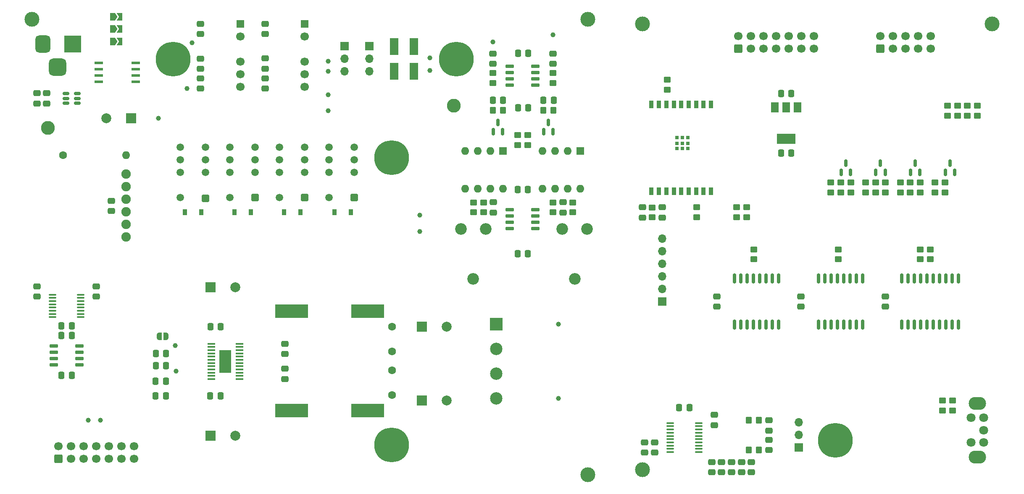
<source format=gts>
G04 #@! TF.GenerationSoftware,KiCad,Pcbnew,6.0.4-1.fc35*
G04 #@! TF.CreationDate,2022-04-14T23:25:06+02:00*
G04 #@! TF.ProjectId,office_amp,6f666669-6365-45f6-916d-702e6b696361,rev?*
G04 #@! TF.SameCoordinates,Original*
G04 #@! TF.FileFunction,Soldermask,Top*
G04 #@! TF.FilePolarity,Negative*
%FSLAX46Y46*%
G04 Gerber Fmt 4.6, Leading zero omitted, Abs format (unit mm)*
G04 Created by KiCad (PCBNEW 6.0.4-1.fc35) date 2022-04-14 23:25:06*
%MOMM*%
%LPD*%
G01*
G04 APERTURE LIST*
G04 Aperture macros list*
%AMRoundRect*
0 Rectangle with rounded corners*
0 $1 Rounding radius*
0 $2 $3 $4 $5 $6 $7 $8 $9 X,Y pos of 4 corners*
0 Add a 4 corners polygon primitive as box body*
4,1,4,$2,$3,$4,$5,$6,$7,$8,$9,$2,$3,0*
0 Add four circle primitives for the rounded corners*
1,1,$1+$1,$2,$3*
1,1,$1+$1,$4,$5*
1,1,$1+$1,$6,$7*
1,1,$1+$1,$8,$9*
0 Add four rect primitives between the rounded corners*
20,1,$1+$1,$2,$3,$4,$5,0*
20,1,$1+$1,$4,$5,$6,$7,0*
20,1,$1+$1,$6,$7,$8,$9,0*
20,1,$1+$1,$8,$9,$2,$3,0*%
%AMFreePoly0*
4,1,6,1.000000,0.000000,0.500000,-0.750000,-0.500000,-0.750000,-0.500000,0.750000,0.500000,0.750000,1.000000,0.000000,1.000000,0.000000,$1*%
%AMFreePoly1*
4,1,6,0.500000,-0.750000,-0.650000,-0.750000,-0.150000,0.000000,-0.650000,0.750000,0.500000,0.750000,0.500000,-0.750000,0.500000,-0.750000,$1*%
%AMFreePoly2*
4,1,22,0.500000,-0.750000,0.000000,-0.750000,0.000000,-0.745033,-0.079941,-0.743568,-0.215256,-0.701293,-0.333266,-0.622738,-0.424486,-0.514219,-0.481581,-0.384460,-0.499164,-0.250000,-0.500000,-0.250000,-0.500000,0.250000,-0.499164,0.250000,-0.499963,0.256109,-0.478152,0.396186,-0.417904,0.524511,-0.324060,0.630769,-0.204165,0.706417,-0.067858,0.745374,0.000000,0.744959,0.000000,0.750000,
0.500000,0.750000,0.500000,-0.750000,0.500000,-0.750000,$1*%
%AMFreePoly3*
4,1,20,0.000000,0.744959,0.073905,0.744508,0.209726,0.703889,0.328688,0.626782,0.421226,0.519385,0.479903,0.390333,0.500000,0.250000,0.500000,-0.250000,0.499851,-0.262216,0.476331,-0.402017,0.414519,-0.529596,0.319384,-0.634700,0.198574,-0.708877,0.061801,-0.746166,0.000000,-0.745033,0.000000,-0.750000,-0.500000,-0.750000,-0.500000,0.750000,0.000000,0.750000,0.000000,0.744959,
0.000000,0.744959,$1*%
G04 Aperture macros list end*
%ADD10RoundRect,0.250000X-0.450000X0.350000X-0.450000X-0.350000X0.450000X-0.350000X0.450000X0.350000X0*%
%ADD11R,0.700000X0.700000*%
%ADD12R,0.900000X1.500000*%
%ADD13RoundRect,0.250000X0.450000X-0.350000X0.450000X0.350000X-0.450000X0.350000X-0.450000X-0.350000X0*%
%ADD14RoundRect,0.250000X-0.475000X0.337500X-0.475000X-0.337500X0.475000X-0.337500X0.475000X0.337500X0*%
%ADD15RoundRect,0.250000X0.475000X-0.337500X0.475000X0.337500X-0.475000X0.337500X-0.475000X-0.337500X0*%
%ADD16RoundRect,0.250000X-0.337500X-0.475000X0.337500X-0.475000X0.337500X0.475000X-0.337500X0.475000X0*%
%ADD17O,1.700000X1.700000*%
%ADD18R,1.700000X1.700000*%
%ADD19RoundRect,0.150000X0.150000X-0.587500X0.150000X0.587500X-0.150000X0.587500X-0.150000X-0.587500X0*%
%ADD20C,3.000000*%
%ADD21RoundRect,0.150000X0.150000X-0.875000X0.150000X0.875000X-0.150000X0.875000X-0.150000X-0.875000X0*%
%ADD22RoundRect,0.100000X0.637500X0.100000X-0.637500X0.100000X-0.637500X-0.100000X0.637500X-0.100000X0*%
%ADD23RoundRect,0.250000X-0.350000X-0.450000X0.350000X-0.450000X0.350000X0.450000X-0.350000X0.450000X0*%
%ADD24R,1.500000X2.000000*%
%ADD25R,3.800000X2.000000*%
%ADD26C,1.800000*%
%ADD27O,3.500000X2.600000*%
%ADD28C,7.000000*%
%ADD29RoundRect,0.250000X0.337500X0.475000X-0.337500X0.475000X-0.337500X-0.475000X0.337500X-0.475000X0*%
%ADD30C,1.700000*%
%ADD31RoundRect,0.250000X0.600000X-0.600000X0.600000X0.600000X-0.600000X0.600000X-0.600000X-0.600000X0*%
%ADD32FreePoly0,0.000000*%
%ADD33FreePoly1,0.000000*%
%ADD34R,1.750000X0.550000*%
%ADD35R,3.500000X3.500000*%
%ADD36RoundRect,0.750000X-0.750000X-1.000000X0.750000X-1.000000X0.750000X1.000000X-0.750000X1.000000X0*%
%ADD37RoundRect,0.875000X-0.875000X-0.875000X0.875000X-0.875000X0.875000X0.875000X-0.875000X0.875000X0*%
%ADD38RoundRect,0.150000X-0.512500X-0.150000X0.512500X-0.150000X0.512500X0.150000X-0.512500X0.150000X0*%
%ADD39R,1.600000X1.600000*%
%ADD40C,1.900000*%
%ADD41R,2.000000X2.000000*%
%ADD42C,2.000000*%
%ADD43R,0.900000X1.200000*%
%ADD44RoundRect,0.250500X0.499500X0.499500X-0.499500X0.499500X-0.499500X-0.499500X0.499500X-0.499500X0*%
%ADD45C,1.500000*%
%ADD46C,2.340000*%
%ADD47O,1.600000X1.600000*%
%ADD48RoundRect,0.250000X0.350000X0.450000X-0.350000X0.450000X-0.350000X-0.450000X0.350000X-0.450000X0*%
%ADD49C,1.600000*%
%ADD50R,2.400000X4.680000*%
%ADD51RoundRect,0.100000X-0.687500X-0.100000X0.687500X-0.100000X0.687500X0.100000X-0.687500X0.100000X0*%
%ADD52R,2.500000X2.500000*%
%ADD53C,2.500000*%
%ADD54R,6.705000X2.794000*%
%ADD55FreePoly2,180.000000*%
%ADD56FreePoly3,180.000000*%
%ADD57C,1.000000*%
%ADD58C,2.800000*%
%ADD59RoundRect,0.150000X-0.725000X-0.150000X0.725000X-0.150000X0.725000X0.150000X-0.725000X0.150000X0*%
%ADD60R,1.800000X3.500000*%
%ADD61RoundRect,0.100000X-0.637500X-0.100000X0.637500X-0.100000X0.637500X0.100000X-0.637500X0.100000X0*%
%ADD62RoundRect,0.150000X0.725000X0.150000X-0.725000X0.150000X-0.725000X-0.150000X0.725000X-0.150000X0*%
G04 APERTURE END LIST*
D10*
X259000000Y-97000000D03*
X259000000Y-95000000D03*
D11*
X226150000Y-88140000D03*
X226150000Y-85940000D03*
X226150000Y-87090000D03*
X223950000Y-87090000D03*
X225050000Y-85940000D03*
X225050000Y-87090000D03*
X223950000Y-85940000D03*
X223950000Y-88140000D03*
X225050000Y-88140000D03*
D12*
X218850000Y-79250000D03*
X220350000Y-79250000D03*
X221850000Y-79250000D03*
X223350000Y-79250000D03*
X224850000Y-79250000D03*
X226350000Y-79250000D03*
X227850000Y-79250000D03*
X229350000Y-79250000D03*
X230850000Y-79250000D03*
X230850000Y-96750000D03*
X229350000Y-96750000D03*
X227850000Y-96750000D03*
X226350000Y-96750000D03*
X224850000Y-96750000D03*
X223350000Y-96750000D03*
X221850000Y-96750000D03*
X220350000Y-96750000D03*
X218850000Y-96750000D03*
D13*
X262000000Y-95000000D03*
X262000000Y-97000000D03*
D14*
X217000000Y-102075000D03*
X217000000Y-100000000D03*
D15*
X231500000Y-141900000D03*
X231500000Y-143975000D03*
D16*
X247037500Y-89000000D03*
X244962500Y-89000000D03*
D10*
X279500000Y-141000000D03*
X279500000Y-139000000D03*
D13*
X269000000Y-95000000D03*
X269000000Y-97000000D03*
D17*
X221000000Y-106300000D03*
X221000000Y-108840000D03*
X221000000Y-111380000D03*
X221000000Y-113920000D03*
X221000000Y-116460000D03*
D18*
X221000000Y-119000000D03*
D14*
X232000000Y-120037500D03*
X232000000Y-117962500D03*
D19*
X272000000Y-91062500D03*
X272950000Y-92937500D03*
X271050000Y-92937500D03*
D13*
X271000000Y-95000000D03*
X271000000Y-97000000D03*
D20*
X217000000Y-63000000D03*
D15*
X237000000Y-151437500D03*
X237000000Y-153512500D03*
X231000000Y-151437500D03*
X231000000Y-153512500D03*
D10*
X266000000Y-97000000D03*
X266000000Y-95000000D03*
X222000000Y-76250000D03*
X222000000Y-74250000D03*
D15*
X266000000Y-117962500D03*
X266000000Y-120037500D03*
D21*
X269285000Y-114350000D03*
X270555000Y-114350000D03*
X271825000Y-114350000D03*
X273095000Y-114350000D03*
X274365000Y-114350000D03*
X275635000Y-114350000D03*
X276905000Y-114350000D03*
X278175000Y-114350000D03*
X279445000Y-114350000D03*
X280715000Y-114350000D03*
X280715000Y-123650000D03*
X279445000Y-123650000D03*
X278175000Y-123650000D03*
X276905000Y-123650000D03*
X275635000Y-123650000D03*
X274365000Y-123650000D03*
X273095000Y-123650000D03*
X271825000Y-123650000D03*
X270555000Y-123650000D03*
X269285000Y-123650000D03*
D15*
X239000000Y-151437500D03*
X239000000Y-153512500D03*
D22*
X222637500Y-149400000D03*
X222637500Y-148750000D03*
X222637500Y-148100000D03*
X222637500Y-147450000D03*
X222637500Y-146800000D03*
X222637500Y-146150000D03*
X222637500Y-145500000D03*
X222637500Y-144850000D03*
X222637500Y-144200000D03*
X222637500Y-143550000D03*
X228362500Y-143550000D03*
X228362500Y-144200000D03*
X228362500Y-144850000D03*
X228362500Y-145500000D03*
X228362500Y-146150000D03*
X228362500Y-146800000D03*
X228362500Y-147450000D03*
X228362500Y-148100000D03*
X228362500Y-148750000D03*
X228362500Y-149400000D03*
D13*
X236000000Y-100000000D03*
X236000000Y-102000000D03*
X275000000Y-108500000D03*
X275000000Y-110500000D03*
X276000000Y-95000000D03*
X276000000Y-97000000D03*
D14*
X242500000Y-145050000D03*
X242500000Y-142975000D03*
D10*
X284500000Y-81500000D03*
X284500000Y-79500000D03*
D21*
X252555000Y-114350000D03*
X253825000Y-114350000D03*
X255095000Y-114350000D03*
X256365000Y-114350000D03*
X257635000Y-114350000D03*
X258905000Y-114350000D03*
X260175000Y-114350000D03*
X261445000Y-114350000D03*
X261445000Y-123650000D03*
X260175000Y-123650000D03*
X258905000Y-123650000D03*
X257635000Y-123650000D03*
X256365000Y-123650000D03*
X255095000Y-123650000D03*
X253825000Y-123650000D03*
X252555000Y-123650000D03*
D19*
X279000000Y-91062500D03*
X279950000Y-92937500D03*
X278050000Y-92937500D03*
D20*
X287500000Y-63000000D03*
X217000000Y-153000000D03*
D23*
X240500000Y-148975000D03*
X238500000Y-148975000D03*
D13*
X264000000Y-95000000D03*
X264000000Y-97000000D03*
D17*
X248500000Y-143420000D03*
X248500000Y-145960000D03*
D18*
X248500000Y-148500000D03*
D10*
X280500000Y-81500000D03*
X280500000Y-79500000D03*
D13*
X255000000Y-95000000D03*
X255000000Y-97000000D03*
D24*
X243700000Y-79850000D03*
D25*
X246000000Y-86150000D03*
D24*
X246000000Y-79850000D03*
X248300000Y-79850000D03*
D15*
X219500000Y-147437500D03*
X219500000Y-149512500D03*
D10*
X273000000Y-97000000D03*
X273000000Y-95000000D03*
X282500000Y-81500000D03*
X282500000Y-79500000D03*
D21*
X235555000Y-114350000D03*
X236825000Y-114350000D03*
X238095000Y-114350000D03*
X239365000Y-114350000D03*
X240635000Y-114350000D03*
X241905000Y-114350000D03*
X243175000Y-114350000D03*
X244445000Y-114350000D03*
X244445000Y-123650000D03*
X243175000Y-123650000D03*
X241905000Y-123650000D03*
X240635000Y-123650000D03*
X239365000Y-123650000D03*
X238095000Y-123650000D03*
X236825000Y-123650000D03*
X235555000Y-123650000D03*
D15*
X221000000Y-100000000D03*
X221000000Y-102075000D03*
D10*
X239500000Y-110500000D03*
X239500000Y-108500000D03*
D26*
X285750000Y-145000000D03*
X285750000Y-142500000D03*
X285750000Y-147500000D03*
X283250000Y-147500000D03*
X283250000Y-142500000D03*
D27*
X284500000Y-150450000D03*
X284500000Y-139550000D03*
D13*
X257000000Y-95000000D03*
X257000000Y-97000000D03*
D15*
X242500000Y-146937500D03*
X242500000Y-149012500D03*
D10*
X277500000Y-141000000D03*
X277500000Y-139000000D03*
D13*
X278000000Y-95000000D03*
X278000000Y-97000000D03*
D15*
X217500000Y-147437500D03*
X217500000Y-149512500D03*
D28*
X255930588Y-147000000D03*
D10*
X219000000Y-102037500D03*
X219000000Y-100037500D03*
X273000000Y-110500000D03*
X273000000Y-108500000D03*
D19*
X265000000Y-91062500D03*
X265950000Y-92937500D03*
X264050000Y-92937500D03*
D16*
X247037500Y-77000000D03*
X244962500Y-77000000D03*
D10*
X256500000Y-110500000D03*
X256500000Y-108500000D03*
X278500000Y-81500000D03*
X278500000Y-79500000D03*
D29*
X224425000Y-140475000D03*
X226500000Y-140475000D03*
D15*
X235000000Y-151437500D03*
X235000000Y-153512500D03*
D23*
X240500000Y-142975000D03*
X238500000Y-142975000D03*
D15*
X233000000Y-151437500D03*
X233000000Y-153512500D03*
D13*
X238000000Y-100000000D03*
X238000000Y-102000000D03*
X228000000Y-100000000D03*
X228000000Y-102000000D03*
D30*
X251620000Y-65460000D03*
X251620000Y-68000000D03*
X249080000Y-65460000D03*
X249080000Y-68000000D03*
X246540000Y-65460000D03*
X246540000Y-68000000D03*
X244000000Y-65460000D03*
X244000000Y-68000000D03*
X241460000Y-65460000D03*
X241460000Y-68000000D03*
X238920000Y-65460000D03*
X238920000Y-68000000D03*
X236380000Y-65460000D03*
D31*
X236380000Y-68000000D03*
D19*
X258000000Y-91062500D03*
X258950000Y-92937500D03*
X257050000Y-92937500D03*
D14*
X249000000Y-120037500D03*
X249000000Y-117962500D03*
D30*
X275160000Y-65460000D03*
X275160000Y-68000000D03*
X272620000Y-65460000D03*
X272620000Y-68000000D03*
X270080000Y-65460000D03*
X270080000Y-68000000D03*
X267540000Y-65460000D03*
X267540000Y-68000000D03*
X265000000Y-65460000D03*
D31*
X265000000Y-68000000D03*
D32*
X110275000Y-61500000D03*
D33*
X111725000Y-61500000D03*
D34*
X114900000Y-70800000D03*
X114900000Y-74610000D03*
X114900000Y-73340000D03*
X114900000Y-72070000D03*
X107500000Y-74610000D03*
X107500000Y-72070000D03*
X107500000Y-70800000D03*
X107500000Y-73340000D03*
D35*
X102200000Y-67000000D03*
D36*
X96200000Y-67000000D03*
D37*
X99200000Y-71700000D03*
D38*
X100862500Y-77050000D03*
X100862500Y-78000000D03*
X100862500Y-78950000D03*
X103137500Y-78950000D03*
X103137500Y-78000000D03*
X103137500Y-77050000D03*
D14*
X141000000Y-62962500D03*
X141000000Y-65037500D03*
D15*
X141000000Y-76037500D03*
X141000000Y-73962500D03*
D14*
X128000000Y-62962500D03*
X128000000Y-65037500D03*
D39*
X149000000Y-63000000D03*
D30*
X149000000Y-65540000D03*
X149000000Y-70620000D03*
X149000000Y-73160000D03*
X149000000Y-75700000D03*
D40*
X113000000Y-106000000D03*
X113000000Y-103460000D03*
X113000000Y-100920000D03*
X113000000Y-98380000D03*
X113000000Y-95840000D03*
X113000000Y-93300000D03*
D41*
X130000000Y-146100000D03*
D42*
X135000000Y-146100000D03*
D31*
X99380000Y-150752500D03*
D30*
X99380000Y-148212500D03*
X101920000Y-150752500D03*
X101920000Y-148212500D03*
X104460000Y-150752500D03*
X104460000Y-148212500D03*
X107000000Y-150752500D03*
X107000000Y-148212500D03*
X109540000Y-150752500D03*
X109540000Y-148212500D03*
X112080000Y-150752500D03*
X112080000Y-148212500D03*
X114620000Y-150752500D03*
X114620000Y-148212500D03*
D15*
X128000000Y-72037500D03*
X128000000Y-69962500D03*
X128000000Y-76037500D03*
X128000000Y-73962500D03*
X141000000Y-72000000D03*
X141000000Y-69925000D03*
X186900000Y-71037500D03*
X186900000Y-68962500D03*
D16*
X197062500Y-78400000D03*
X199137500Y-78400000D03*
D29*
X188937500Y-78400000D03*
X186862500Y-78400000D03*
D16*
X191862500Y-109400000D03*
X193937500Y-109400000D03*
X191862500Y-96400000D03*
X193937500Y-96400000D03*
D15*
X201000000Y-101037500D03*
X201000000Y-98962500D03*
X187000000Y-101037500D03*
X187000000Y-98962500D03*
D43*
X158300000Y-101000000D03*
X155000000Y-101000000D03*
X128150000Y-101000000D03*
X124850000Y-101000000D03*
X138150000Y-101000000D03*
X134850000Y-101000000D03*
D44*
X159000000Y-98000000D03*
D45*
X159000000Y-92920000D03*
X159000000Y-90380000D03*
X159000000Y-87840000D03*
X153920000Y-87840000D03*
X153920000Y-90380000D03*
X153920000Y-92920000D03*
X153920000Y-98000000D03*
D44*
X139000000Y-98000000D03*
D45*
X139000000Y-92920000D03*
X139000000Y-90380000D03*
X139000000Y-87840000D03*
X133920000Y-87840000D03*
X133920000Y-90380000D03*
X133920000Y-92920000D03*
X133920000Y-98000000D03*
D13*
X186900000Y-74900000D03*
X186900000Y-72900000D03*
D10*
X193900000Y-85400000D03*
X193900000Y-87400000D03*
X191900000Y-85400000D03*
X191900000Y-87400000D03*
D13*
X203000000Y-101000000D03*
X203000000Y-99000000D03*
X185000000Y-101000000D03*
X185000000Y-99000000D03*
D10*
X199000000Y-99000000D03*
X199000000Y-101000000D03*
X183000000Y-99000000D03*
X183000000Y-101000000D03*
D46*
X200900000Y-104400000D03*
X203400000Y-114400000D03*
X205900000Y-104400000D03*
X180425000Y-104400000D03*
X182925000Y-114400000D03*
X185425000Y-104400000D03*
D39*
X136000000Y-63000000D03*
D30*
X136000000Y-65540000D03*
X136000000Y-70620000D03*
X136000000Y-73160000D03*
X136000000Y-75700000D03*
D39*
X188900000Y-88600000D03*
D47*
X186360000Y-88600000D03*
X183820000Y-88600000D03*
X181280000Y-88600000D03*
X181280000Y-96220000D03*
X183820000Y-96220000D03*
X186360000Y-96220000D03*
X188900000Y-96220000D03*
D32*
X110275000Y-64000000D03*
D33*
X111725000Y-64000000D03*
D41*
X114000000Y-82000000D03*
D42*
X109000000Y-82000000D03*
D15*
X97000000Y-79037500D03*
X97000000Y-76962500D03*
X95000000Y-79037500D03*
X95000000Y-76962500D03*
D39*
X204520000Y-88600000D03*
D47*
X201980000Y-88600000D03*
X199440000Y-88600000D03*
X196900000Y-88600000D03*
X196900000Y-96220000D03*
X199440000Y-96220000D03*
X201980000Y-96220000D03*
X204520000Y-96220000D03*
D16*
X191962500Y-68900000D03*
X194037500Y-68900000D03*
D13*
X199000000Y-74900000D03*
X199000000Y-72900000D03*
D15*
X199000000Y-71037500D03*
X199000000Y-68962500D03*
D23*
X197100000Y-80400000D03*
X199100000Y-80400000D03*
D19*
X197150000Y-84737500D03*
X199050000Y-84737500D03*
X198100000Y-82862500D03*
X186950000Y-84737500D03*
X188850000Y-84737500D03*
X187900000Y-82862500D03*
D48*
X188900000Y-80400000D03*
X186900000Y-80400000D03*
D16*
X191962500Y-79900000D03*
X194037500Y-79900000D03*
D18*
X157000000Y-67475000D03*
D17*
X157000000Y-70015000D03*
X157000000Y-72555000D03*
D43*
X148150000Y-101000000D03*
X144850000Y-101000000D03*
D49*
X166600000Y-124100000D03*
X166600000Y-129100000D03*
D50*
X133000000Y-131100000D03*
D51*
X130137500Y-127525000D03*
X130137500Y-128175000D03*
X130137500Y-128825000D03*
X130137500Y-129475000D03*
X130137500Y-130125000D03*
X130137500Y-130775000D03*
X130137500Y-131425000D03*
X130137500Y-132075000D03*
X130137500Y-132725000D03*
X130137500Y-133375000D03*
X130137500Y-134025000D03*
X130137500Y-134675000D03*
X135862500Y-134675000D03*
X135862500Y-134025000D03*
X135862500Y-133375000D03*
X135862500Y-132725000D03*
X135862500Y-132075000D03*
X135862500Y-131425000D03*
X135862500Y-130775000D03*
X135862500Y-130125000D03*
X135862500Y-129475000D03*
X135862500Y-128825000D03*
X135862500Y-128175000D03*
X135862500Y-127525000D03*
D14*
X145000000Y-127562500D03*
X145000000Y-129637500D03*
D52*
X187600000Y-123600000D03*
D53*
X187600000Y-128600000D03*
X187600000Y-133600000D03*
X187600000Y-138600000D03*
D29*
X121037500Y-129500000D03*
X118962500Y-129500000D03*
D41*
X172600000Y-139000000D03*
D42*
X177600000Y-139000000D03*
D54*
X146316500Y-121000000D03*
X161683500Y-121000000D03*
D55*
X121000000Y-126000000D03*
D56*
X119700000Y-126000000D03*
D15*
X145000000Y-134637500D03*
X145000000Y-132562500D03*
D29*
X121000000Y-135100000D03*
X118925000Y-135100000D03*
D49*
X166600000Y-132900000D03*
X166600000Y-137900000D03*
D16*
X129962500Y-138100000D03*
X132037500Y-138100000D03*
X130000000Y-124100000D03*
X132075000Y-124100000D03*
D41*
X172600000Y-124100000D03*
D42*
X177600000Y-124100000D03*
D54*
X146316500Y-141000000D03*
X161683500Y-141000000D03*
D41*
X130000000Y-116100000D03*
D42*
X135000000Y-116100000D03*
D29*
X121000000Y-138100000D03*
X118925000Y-138100000D03*
X121037500Y-132000000D03*
X118962500Y-132000000D03*
D44*
X129000000Y-98180000D03*
D45*
X129000000Y-92920000D03*
X129000000Y-90380000D03*
X129000000Y-87840000D03*
X123920000Y-87840000D03*
X123920000Y-90380000D03*
X123920000Y-92920000D03*
X123920000Y-98000000D03*
D18*
X162000000Y-67475000D03*
D17*
X162000000Y-70015000D03*
X162000000Y-72555000D03*
D44*
X149000000Y-98000000D03*
D45*
X149000000Y-92920000D03*
X149000000Y-90380000D03*
X149000000Y-87840000D03*
X143920000Y-87840000D03*
X143920000Y-90380000D03*
X143920000Y-92920000D03*
X143920000Y-98000000D03*
D57*
X200100000Y-138600000D03*
X122900000Y-127900000D03*
X172200000Y-104900000D03*
D28*
X179500000Y-70050000D03*
D29*
X102037500Y-133900000D03*
X99962500Y-133900000D03*
D57*
X174200000Y-69800000D03*
D29*
X102037500Y-125900000D03*
X99962500Y-125900000D03*
D57*
X172200000Y-101600000D03*
D28*
X166500000Y-147950000D03*
D57*
X153750000Y-70500000D03*
D58*
X97250000Y-84000000D03*
D57*
X126250000Y-66750000D03*
D32*
X110275000Y-66500000D03*
D33*
X111725000Y-66500000D03*
D57*
X199000000Y-65200000D03*
X200100000Y-123600000D03*
D20*
X94000000Y-62000000D03*
D57*
X119500000Y-82000000D03*
D15*
X107000000Y-118037500D03*
X107000000Y-115962500D03*
D57*
X186900000Y-66600000D03*
X105400000Y-143000000D03*
D59*
X98425000Y-127995000D03*
X98425000Y-129265000D03*
X98425000Y-130535000D03*
X98425000Y-131805000D03*
X103575000Y-131805000D03*
X103575000Y-130535000D03*
X103575000Y-129265000D03*
X103575000Y-127995000D03*
D57*
X174200000Y-72400000D03*
D14*
X110000000Y-98662500D03*
X110000000Y-100737500D03*
D57*
X107800000Y-143000000D03*
D60*
X171000000Y-72500000D03*
X171000000Y-67500000D03*
D61*
X98137500Y-117625000D03*
X98137500Y-118275000D03*
X98137500Y-118925000D03*
X98137500Y-119575000D03*
X98137500Y-120225000D03*
X98137500Y-120875000D03*
X98137500Y-121525000D03*
X98137500Y-122175000D03*
X103862500Y-122175000D03*
X103862500Y-121525000D03*
X103862500Y-120875000D03*
X103862500Y-120225000D03*
X103862500Y-119575000D03*
X103862500Y-118925000D03*
X103862500Y-118275000D03*
X103862500Y-117625000D03*
D20*
X206000000Y-62000000D03*
D62*
X195475000Y-104305000D03*
X195475000Y-103035000D03*
X195475000Y-101765000D03*
X195475000Y-100495000D03*
X190325000Y-100495000D03*
X190325000Y-101765000D03*
X190325000Y-103035000D03*
X190325000Y-104305000D03*
D57*
X153750000Y-77250000D03*
X123100000Y-133100000D03*
D29*
X102037500Y-123900000D03*
X99962500Y-123900000D03*
D60*
X167000000Y-72500000D03*
X167000000Y-67500000D03*
D49*
X100300000Y-89500000D03*
D47*
X113000000Y-89500000D03*
D28*
X166500000Y-90000000D03*
D58*
X179000000Y-79500000D03*
D28*
X122500000Y-70050000D03*
D57*
X153750000Y-72500000D03*
D62*
X195475000Y-75305000D03*
X195475000Y-74035000D03*
X195475000Y-72765000D03*
X195475000Y-71495000D03*
X190325000Y-71495000D03*
X190325000Y-72765000D03*
X190325000Y-74035000D03*
X190325000Y-75305000D03*
D20*
X206000000Y-154000000D03*
D57*
X153750000Y-80500000D03*
X125250000Y-76000000D03*
D14*
X95000000Y-115962500D03*
X95000000Y-118037500D03*
M02*

</source>
